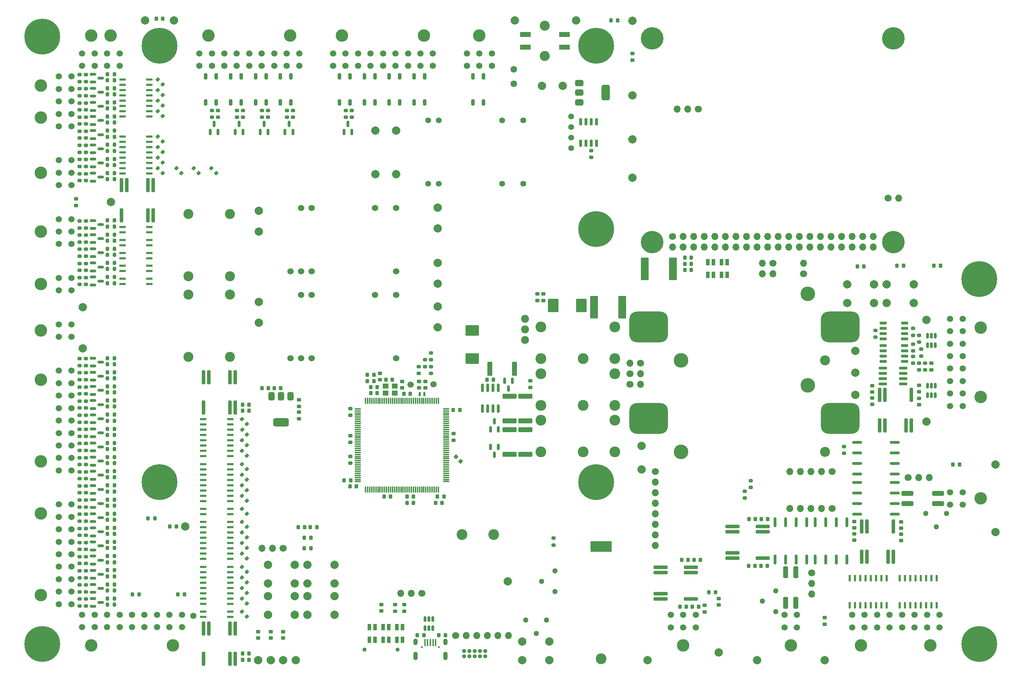
<source format=gts>
G04 #@! TF.GenerationSoftware,KiCad,Pcbnew,8.0.1*
G04 #@! TF.CreationDate,2024-06-07T19:27:21+03:00*
G04 #@! TF.ProjectId,impeller18,696d7065-6c6c-4657-9231-382e6b696361,rev?*
G04 #@! TF.SameCoordinates,Original*
G04 #@! TF.FileFunction,Soldermask,Top*
G04 #@! TF.FilePolarity,Negative*
%FSLAX46Y46*%
G04 Gerber Fmt 4.6, Leading zero omitted, Abs format (unit mm)*
G04 Created by KiCad (PCBNEW 8.0.1) date 2024-06-07 19:27:21*
%MOMM*%
%LPD*%
G01*
G04 APERTURE LIST*
G04 Aperture macros list*
%AMRoundRect*
0 Rectangle with rounded corners*
0 $1 Rounding radius*
0 $2 $3 $4 $5 $6 $7 $8 $9 X,Y pos of 4 corners*
0 Add a 4 corners polygon primitive as box body*
4,1,4,$2,$3,$4,$5,$6,$7,$8,$9,$2,$3,0*
0 Add four circle primitives for the rounded corners*
1,1,$1+$1,$2,$3*
1,1,$1+$1,$4,$5*
1,1,$1+$1,$6,$7*
1,1,$1+$1,$8,$9*
0 Add four rect primitives between the rounded corners*
20,1,$1+$1,$2,$3,$4,$5,0*
20,1,$1+$1,$4,$5,$6,$7,0*
20,1,$1+$1,$6,$7,$8,$9,0*
20,1,$1+$1,$8,$9,$2,$3,0*%
G04 Aperture macros list end*
%ADD10RoundRect,0.225000X0.250000X-0.225000X0.250000X0.225000X-0.250000X0.225000X-0.250000X-0.225000X0*%
%ADD11RoundRect,0.250000X0.712500X2.475000X-0.712500X2.475000X-0.712500X-2.475000X0.712500X-2.475000X0*%
%ADD12RoundRect,0.137500X-0.662500X-0.137500X0.662500X-0.137500X0.662500X0.137500X-0.662500X0.137500X0*%
%ADD13C,1.524000*%
%ADD14RoundRect,0.225000X-0.250000X0.225000X-0.250000X-0.225000X0.250000X-0.225000X0.250000X0.225000X0*%
%ADD15RoundRect,0.200000X0.275000X-0.200000X0.275000X0.200000X-0.275000X0.200000X-0.275000X-0.200000X0*%
%ADD16RoundRect,0.200000X-0.335876X-0.053033X-0.053033X-0.335876X0.335876X0.053033X0.053033X0.335876X0*%
%ADD17RoundRect,0.218750X0.218750X0.256250X-0.218750X0.256250X-0.218750X-0.256250X0.218750X-0.256250X0*%
%ADD18RoundRect,0.200000X-0.275000X0.200000X-0.275000X-0.200000X0.275000X-0.200000X0.275000X0.200000X0*%
%ADD19RoundRect,0.200000X-0.200000X-0.275000X0.200000X-0.275000X0.200000X0.275000X-0.200000X0.275000X0*%
%ADD20C,0.900000*%
%ADD21C,8.600000*%
%ADD22RoundRect,0.200000X0.200000X0.275000X-0.200000X0.275000X-0.200000X-0.275000X0.200000X-0.275000X0*%
%ADD23RoundRect,0.150000X-0.825000X-0.150000X0.825000X-0.150000X0.825000X0.150000X-0.825000X0.150000X0*%
%ADD24C,2.000000*%
%ADD25C,1.400000*%
%ADD26RoundRect,0.200000X-0.200000X-1.500000X0.200000X-1.500000X0.200000X1.500000X-0.200000X1.500000X0*%
%ADD27RoundRect,0.218750X-0.218750X-0.256250X0.218750X-0.256250X0.218750X0.256250X-0.218750X0.256250X0*%
%ADD28RoundRect,0.150000X-0.587500X-0.150000X0.587500X-0.150000X0.587500X0.150000X-0.587500X0.150000X0*%
%ADD29RoundRect,0.200000X0.200000X0.550000X-0.200000X0.550000X-0.200000X-0.550000X0.200000X-0.550000X0*%
%ADD30RoundRect,0.218750X-0.256250X0.218750X-0.256250X-0.218750X0.256250X-0.218750X0.256250X0.218750X0*%
%ADD31R,1.400000X1.200000*%
%ADD32RoundRect,0.225000X0.225000X0.250000X-0.225000X0.250000X-0.225000X-0.250000X0.225000X-0.250000X0*%
%ADD33RoundRect,0.225000X-0.225000X-0.250000X0.225000X-0.250000X0.225000X0.250000X-0.225000X0.250000X0*%
%ADD34RoundRect,0.300000X-1.125000X-0.300000X1.125000X-0.300000X1.125000X0.300000X-1.125000X0.300000X0*%
%ADD35RoundRect,0.375000X-0.375000X0.625000X-0.375000X-0.625000X0.375000X-0.625000X0.375000X0.625000X0*%
%ADD36RoundRect,0.500000X-1.400000X0.500000X-1.400000X-0.500000X1.400000X-0.500000X1.400000X0.500000X0*%
%ADD37C,3.000000*%
%ADD38C,1.500000*%
%ADD39C,3.500000*%
%ADD40C,2.400000*%
%ADD41RoundRect,1.850000X2.800000X-1.850000X2.800000X1.850000X-2.800000X1.850000X-2.800000X-1.850000X0*%
%ADD42RoundRect,0.162500X-1.012500X-0.162500X1.012500X-0.162500X1.012500X0.162500X-1.012500X0.162500X0*%
%ADD43C,1.600000*%
%ADD44RoundRect,0.150000X-0.725000X-0.150000X0.725000X-0.150000X0.725000X0.150000X-0.725000X0.150000X0*%
%ADD45RoundRect,0.150000X0.150000X-0.587500X0.150000X0.587500X-0.150000X0.587500X-0.150000X-0.587500X0*%
%ADD46RoundRect,0.162500X-0.162500X1.012500X-0.162500X-1.012500X0.162500X-1.012500X0.162500X1.012500X0*%
%ADD47C,0.800000*%
%ADD48C,5.400000*%
%ADD49C,1.700000*%
%ADD50O,1.700000X1.700000*%
%ADD51C,2.600000*%
%ADD52RoundRect,0.150000X-0.150000X0.587500X-0.150000X-0.587500X0.150000X-0.587500X0.150000X0.587500X0*%
%ADD53RoundRect,0.250000X1.425000X-0.362500X1.425000X0.362500X-1.425000X0.362500X-1.425000X-0.362500X0*%
%ADD54RoundRect,0.200000X0.200000X1.500000X-0.200000X1.500000X-0.200000X-1.500000X0.200000X-1.500000X0*%
%ADD55RoundRect,0.250000X-1.425000X0.362500X-1.425000X-0.362500X1.425000X-0.362500X1.425000X0.362500X0*%
%ADD56R,2.600000X2.600000*%
%ADD57RoundRect,0.137500X0.137500X-0.662500X0.137500X0.662500X-0.137500X0.662500X-0.137500X-0.662500X0*%
%ADD58R,0.900000X1.500000*%
%ADD59C,1.000000*%
%ADD60O,1.000000X1.000000*%
%ADD61RoundRect,0.250000X-0.712500X-2.475000X0.712500X-2.475000X0.712500X2.475000X-0.712500X2.475000X0*%
%ADD62C,0.500000*%
%ADD63R,0.400000X1.800000*%
%ADD64O,1.090000X2.000000*%
%ADD65O,1.050000X1.600000*%
%ADD66RoundRect,0.150000X0.150000X-0.725000X0.150000X0.725000X-0.150000X0.725000X-0.150000X-0.725000X0*%
%ADD67C,1.905000*%
%ADD68C,1.300000*%
%ADD69O,2.000000X2.000000*%
%ADD70RoundRect,0.075000X-0.075000X0.662500X-0.075000X-0.662500X0.075000X-0.662500X0.075000X0.662500X0*%
%ADD71RoundRect,0.075000X-0.662500X0.075000X-0.662500X-0.075000X0.662500X-0.075000X0.662500X0.075000X0*%
%ADD72RoundRect,0.150000X-0.150000X0.825000X-0.150000X-0.825000X0.150000X-0.825000X0.150000X0.825000X0*%
%ADD73C,2.410000*%
%ADD74R,2.540000X1.270000*%
%ADD75RoundRect,0.300000X-0.300000X1.125000X-0.300000X-1.125000X0.300000X-1.125000X0.300000X1.125000X0*%
%ADD76RoundRect,0.150000X-0.150000X0.512500X-0.150000X-0.512500X0.150000X-0.512500X0.150000X0.512500X0*%
%ADD77RoundRect,0.225000X-0.335876X-0.017678X-0.017678X-0.335876X0.335876X0.017678X0.017678X0.335876X0*%
%ADD78RoundRect,0.218750X0.256250X-0.218750X0.256250X0.218750X-0.256250X0.218750X-0.256250X-0.218750X0*%
%ADD79RoundRect,0.150000X0.725000X0.150000X-0.725000X0.150000X-0.725000X-0.150000X0.725000X-0.150000X0*%
%ADD80RoundRect,0.200000X-1.500000X0.200000X-1.500000X-0.200000X1.500000X-0.200000X1.500000X0.200000X0*%
%ADD81RoundRect,0.250000X1.400000X1.000000X-1.400000X1.000000X-1.400000X-1.000000X1.400000X-1.000000X0*%
%ADD82RoundRect,0.125000X0.125000X-0.375000X0.125000X0.375000X-0.125000X0.375000X-0.125000X-0.375000X0*%
%ADD83RoundRect,0.375000X-0.625000X-0.375000X0.625000X-0.375000X0.625000X0.375000X-0.625000X0.375000X0*%
%ADD84RoundRect,0.500000X-0.500000X-1.400000X0.500000X-1.400000X0.500000X1.400000X-0.500000X1.400000X0*%
%ADD85RoundRect,0.250000X-1.000000X1.400000X-1.000000X-1.400000X1.000000X-1.400000X1.000000X1.400000X0*%
%ADD86RoundRect,0.250000X-0.362500X-1.425000X0.362500X-1.425000X0.362500X1.425000X-0.362500X1.425000X0*%
G04 APERTURE END LIST*
D10*
X163601000Y-161266000D03*
X163601000Y-159716000D03*
D11*
X241158500Y-114570000D03*
X234383500Y-114570000D03*
D12*
X128224000Y-150758000D03*
X128224000Y-152028000D03*
X128224000Y-153298000D03*
X128224000Y-154568000D03*
X128224000Y-155838000D03*
X128224000Y-157108000D03*
X128224000Y-158378000D03*
X128224000Y-159648000D03*
X134724000Y-159648000D03*
X134724000Y-158378000D03*
X134724000Y-157108000D03*
X134724000Y-155838000D03*
X134724000Y-154568000D03*
X134724000Y-153298000D03*
X134724000Y-152028000D03*
X134724000Y-150758000D03*
D13*
X149178000Y-115141000D03*
X151718000Y-115141000D03*
X154258000Y-115141000D03*
X174578000Y-115141000D03*
X174578000Y-99901000D03*
X169498000Y-99901000D03*
X154258000Y-99901000D03*
X151718000Y-99901000D03*
D14*
X151229000Y-149058999D03*
X151229000Y-150608999D03*
D15*
X99961000Y-165046000D03*
X99961000Y-163396000D03*
D16*
X137518274Y-169178000D03*
X138685000Y-170344726D03*
D17*
X305445500Y-113842000D03*
X303870500Y-113842000D03*
D18*
X298855000Y-128914000D03*
X298855000Y-130564000D03*
D19*
X105190000Y-147707500D03*
X106840000Y-147707500D03*
D20*
X89501000Y-201583000D03*
X91781419Y-202527581D03*
X87220581Y-202527581D03*
X92726000Y-204808000D03*
D21*
X89501000Y-204808000D03*
D20*
X86276000Y-204808000D03*
X91781419Y-207088419D03*
X87220581Y-207088419D03*
X89501000Y-208033000D03*
D18*
X98501000Y-190619000D03*
X98501000Y-192269000D03*
D22*
X106838000Y-67707500D03*
X105188000Y-67707500D03*
D23*
X291567000Y-138444000D03*
X291567000Y-139714000D03*
X291567000Y-140984000D03*
X291567000Y-142254000D03*
X296517000Y-142254000D03*
X296517000Y-140984000D03*
X296517000Y-139714000D03*
X296517000Y-138444000D03*
D24*
X141434000Y-208731001D03*
D16*
X117292343Y-74078000D03*
X118459069Y-75244726D03*
D25*
X216678002Y-85536000D03*
X216678002Y-82996000D03*
X216678002Y-80456000D03*
X216678002Y-77916000D03*
D18*
X98501000Y-142982000D03*
X98501000Y-144632000D03*
D26*
X286524000Y-183852000D03*
X287794000Y-183852000D03*
X292874000Y-183852000D03*
X294144000Y-183852000D03*
X294144000Y-176552000D03*
X287794000Y-176552000D03*
X286524000Y-176552000D03*
D14*
X171068000Y-195337000D03*
X171068000Y-196887000D03*
D27*
X120140500Y-176579000D03*
X121715500Y-176579000D03*
D18*
X98499000Y-103056250D03*
X98499000Y-104706250D03*
D28*
X101677500Y-136052000D03*
X101677500Y-137952000D03*
X103552500Y-137002000D03*
D16*
X117292343Y-87787000D03*
X118459069Y-88953726D03*
D15*
X289812000Y-131009000D03*
X289812000Y-129359000D03*
D28*
X101678000Y-113150000D03*
X101678000Y-115050000D03*
X103553000Y-114100000D03*
D29*
X172926000Y-74526000D03*
X175466000Y-74526000D03*
X175466000Y-68226000D03*
X172926000Y-68226000D03*
D30*
X277597250Y-198475501D03*
X277597250Y-200050501D03*
D17*
X155546500Y-176728000D03*
X153971500Y-176728000D03*
D16*
X137518274Y-197018000D03*
X138685000Y-198184726D03*
D24*
X99269000Y-123826000D03*
D16*
X117292343Y-76618000D03*
X118459069Y-77784726D03*
D28*
X101675500Y-109739250D03*
X101675500Y-111639250D03*
X103550500Y-110689250D03*
D31*
X172081000Y-144491000D03*
X174281000Y-144491000D03*
X174281000Y-142791000D03*
X172081000Y-142791000D03*
D25*
X182328000Y-94076000D03*
X184868000Y-94076000D03*
X200108000Y-94076000D03*
X205188000Y-94076000D03*
X205188000Y-78836000D03*
X200108000Y-78836000D03*
X184868000Y-78836000D03*
X182328000Y-78836000D03*
D22*
X106840000Y-153045500D03*
X105190000Y-153045500D03*
D32*
X163626000Y-165411000D03*
X162076000Y-165411000D03*
D19*
X105190000Y-174930500D03*
X106840000Y-174930500D03*
D22*
X106840000Y-173465500D03*
X105190000Y-173465500D03*
D27*
X308442500Y-161672250D03*
X310017500Y-161672250D03*
D33*
X262311500Y-186002001D03*
X263861500Y-186002001D03*
X137679000Y-147223000D03*
X139229000Y-147223000D03*
D19*
X105190000Y-140901000D03*
X106840000Y-140901000D03*
D24*
X283014000Y-118308000D03*
X289514000Y-118308000D03*
X283014000Y-122808000D03*
X289514000Y-122808000D03*
D34*
X297553000Y-168546000D03*
X304903000Y-168546000D03*
X304903000Y-171046000D03*
X297553000Y-171046000D03*
D18*
X98501000Y-159992000D03*
X98501000Y-161642000D03*
D20*
X314778000Y-113779000D03*
X317058419Y-114723581D03*
X312497581Y-114723581D03*
X318003000Y-117004000D03*
D21*
X314778000Y-117004000D03*
D20*
X311553000Y-117004000D03*
X317058419Y-119284419D03*
X312497581Y-119284419D03*
X314778000Y-120229000D03*
D24*
X105986000Y-98511000D03*
D19*
X105190000Y-168125500D03*
X106840000Y-168125500D03*
D16*
X117292343Y-71538000D03*
X118459069Y-72704726D03*
D19*
X105190000Y-137498500D03*
X106840000Y-137498500D03*
D35*
X149199000Y-145203999D03*
X146899000Y-145203999D03*
D36*
X146899000Y-151503999D03*
D35*
X144599000Y-145203999D03*
D18*
X98499000Y-74651500D03*
X98499000Y-76301500D03*
D15*
X180034000Y-139746500D03*
X180034000Y-138096500D03*
D24*
X143741000Y-193294000D03*
X150241000Y-193294000D03*
X143741000Y-197794000D03*
X150241000Y-197794000D03*
X284975000Y-139553000D03*
D37*
X89199000Y-78126000D03*
X89199000Y-70426000D03*
D38*
X93519000Y-80286000D03*
X93519000Y-77286000D03*
X93519000Y-74286000D03*
X93519000Y-71286000D03*
X93519000Y-68286000D03*
X96519000Y-80286000D03*
X96519000Y-77286000D03*
X96519000Y-74286000D03*
X96519000Y-71286000D03*
X96519000Y-68286000D03*
D15*
X99961000Y-185464000D03*
X99961000Y-183814000D03*
X99959000Y-104706250D03*
X99959000Y-103056250D03*
D39*
X243075000Y-136553000D03*
X273575000Y-120553000D03*
D40*
X277675000Y-136553000D03*
D41*
X235325000Y-128553000D03*
X281325000Y-128553000D03*
D42*
X285449000Y-165986000D03*
X285449000Y-168526000D03*
X285449000Y-171066000D03*
X285449000Y-173606000D03*
X294499000Y-173606000D03*
X294499000Y-171066000D03*
X294499000Y-168526000D03*
X294499000Y-165986000D03*
D19*
X105188000Y-69172500D03*
X106838000Y-69172500D03*
D28*
X101677500Y-156465000D03*
X101677500Y-158365000D03*
X103552500Y-157415000D03*
D43*
X202885000Y-66551349D03*
X202885000Y-70051349D03*
D22*
X106840000Y-136033500D03*
X105190000Y-136033500D03*
D15*
X99959000Y-86507000D03*
X99959000Y-84857000D03*
D16*
X137518274Y-155838000D03*
X138685000Y-157004726D03*
D44*
X291667000Y-133044000D03*
X291667000Y-134314000D03*
X291667000Y-135584000D03*
X291667000Y-136854000D03*
X296817000Y-136854000D03*
X296817000Y-135584000D03*
X296817000Y-134314000D03*
X296817000Y-133044000D03*
D45*
X141866000Y-81593500D03*
X143766000Y-81593500D03*
X142816000Y-79718500D03*
D19*
X105188000Y-72572500D03*
X106838000Y-72572500D03*
D14*
X181575000Y-141622000D03*
X181575000Y-143172000D03*
D28*
X101677500Y-146261000D03*
X101677500Y-148161000D03*
X103552500Y-147211000D03*
D46*
X273283500Y-175482001D03*
X270743500Y-175482001D03*
X268203500Y-175482001D03*
X265663500Y-175482001D03*
X265663500Y-184532001D03*
X268203500Y-184532001D03*
X270743500Y-184532001D03*
X273283500Y-184532001D03*
D37*
X120929000Y-205116000D03*
X101229000Y-205116000D03*
D38*
X123089000Y-200796000D03*
X120089000Y-200796000D03*
X117089000Y-200796000D03*
X114089000Y-200796000D03*
X111089000Y-200796000D03*
X108089000Y-200796000D03*
X105089000Y-200796000D03*
X102089000Y-200796000D03*
X99089000Y-200796000D03*
X123089000Y-197796000D03*
X120089000Y-197796000D03*
X117089000Y-197796000D03*
X114089000Y-197796000D03*
X111089000Y-197796000D03*
X108089000Y-197796000D03*
X105089000Y-197796000D03*
X102089000Y-197796000D03*
X99089000Y-197796000D03*
D47*
X236176000Y-57081000D03*
X237607891Y-57674109D03*
X234744109Y-57674109D03*
X238201000Y-59106000D03*
D48*
X236176000Y-59106000D03*
D47*
X234151000Y-59106000D03*
X237607891Y-60537891D03*
X234744109Y-60537891D03*
X236176000Y-61131000D03*
D28*
X101675500Y-84732000D03*
X101675500Y-86632000D03*
X103550500Y-85682000D03*
D15*
X259832000Y-167178000D03*
X259832000Y-165528000D03*
D20*
X222676000Y-162679000D03*
X224956419Y-163623581D03*
X220395581Y-163623581D03*
X225901000Y-165904000D03*
D21*
X222676000Y-165904000D03*
D20*
X219451000Y-165904000D03*
X224956419Y-168184419D03*
X220395581Y-168184419D03*
X222676000Y-169129000D03*
D18*
X98501000Y-194021000D03*
X98501000Y-195671000D03*
D12*
X108763000Y-104481000D03*
X108763000Y-105751000D03*
X115263000Y-105751000D03*
X115263000Y-104481000D03*
D49*
X279368500Y-172257001D03*
D50*
X276828500Y-172257001D03*
X274288500Y-172257001D03*
X271748500Y-172257001D03*
X269208500Y-172257001D03*
D15*
X99959000Y-79702000D03*
X99959000Y-78052000D03*
D19*
X105188000Y-111185750D03*
X106838000Y-111185750D03*
D38*
X125839000Y-198056000D03*
D51*
X219563000Y-136157000D03*
X227183000Y-128537000D03*
X227183000Y-136157000D03*
X209403000Y-136157000D03*
X209403000Y-128537000D03*
D18*
X98499000Y-91665000D03*
X98499000Y-93315000D03*
D22*
X106838000Y-71107500D03*
X105188000Y-71107500D03*
D15*
X99961000Y-158240000D03*
X99961000Y-156590000D03*
D22*
X106838000Y-84713500D03*
X105188000Y-84713500D03*
D16*
X137518274Y-177998000D03*
X138685000Y-179164726D03*
D32*
X181256000Y-202685000D03*
X179706000Y-202685000D03*
D33*
X137679000Y-207131001D03*
X139229000Y-207131001D03*
D19*
X105188000Y-92986500D03*
X106838000Y-92986500D03*
D24*
X99269000Y-133716500D03*
D49*
X236936000Y-163353000D03*
D50*
X236936000Y-165893000D03*
X236936000Y-168433000D03*
X236936000Y-170973000D03*
X236936000Y-173513000D03*
X236936000Y-176053000D03*
X236936000Y-178593000D03*
X236936000Y-181133000D03*
D38*
X183576000Y-142351000D03*
D22*
X106838000Y-81311500D03*
X105188000Y-81311500D03*
D33*
X145304000Y-143223999D03*
X146854000Y-143223999D03*
D52*
X202566000Y-141493000D03*
X200666000Y-141493000D03*
X201616000Y-143368000D03*
D53*
X205683000Y-151134500D03*
X205683000Y-145209500D03*
D40*
X124654000Y-116327000D03*
X124654000Y-101327000D03*
X134654000Y-101327000D03*
X134654000Y-116327000D03*
D32*
X186081000Y-169371000D03*
X184531000Y-169371000D03*
D54*
X135884000Y-201056001D03*
X134614000Y-201056001D03*
X129534000Y-201056001D03*
X128264000Y-201056001D03*
X128264000Y-208356001D03*
X134614000Y-208356001D03*
X135884000Y-208356001D03*
D14*
X300315000Y-145699000D03*
X300315000Y-147249000D03*
D45*
X197272000Y-153134500D03*
X199172000Y-153134500D03*
X198222000Y-151259500D03*
D19*
X105190000Y-188536500D03*
X106840000Y-188536500D03*
D55*
X201843000Y-145209500D03*
X201843000Y-151134500D03*
D10*
X206873000Y-143080000D03*
X206873000Y-141530000D03*
D22*
X106840000Y-176867500D03*
X105190000Y-176867500D03*
D24*
X153241000Y-193294000D03*
X159741000Y-193294000D03*
X153241000Y-197794000D03*
X159741000Y-197794000D03*
X252177000Y-206862001D03*
D37*
X315098000Y-169798000D03*
D38*
X310778000Y-168298000D03*
X310778000Y-171298000D03*
X307778000Y-168298000D03*
X307778000Y-171298000D03*
D17*
X152586500Y-176728000D03*
X151011500Y-176728000D03*
D14*
X188361000Y-154216000D03*
X188361000Y-155766000D03*
D12*
X108763000Y-116949000D03*
X108763000Y-118219000D03*
X115263000Y-118219000D03*
X115263000Y-116949000D03*
D13*
X149179000Y-136091000D03*
X151719000Y-136091000D03*
X154259000Y-136091000D03*
X174579000Y-136091000D03*
X174579000Y-120851000D03*
X169499000Y-120851000D03*
X154259000Y-120851000D03*
X151719000Y-120851000D03*
D56*
X222576000Y-181405001D03*
X225116000Y-181405001D03*
D51*
X223846000Y-208405002D03*
D33*
X245799000Y-195831001D03*
X247349000Y-195831001D03*
D37*
X194586000Y-58406000D03*
D38*
X191586000Y-62726000D03*
X194586000Y-62726000D03*
X197586000Y-62726000D03*
X191586000Y-65726000D03*
X194586000Y-65726000D03*
X197586000Y-65726000D03*
D57*
X283643000Y-195509001D03*
X284913000Y-195509001D03*
X286183000Y-195509001D03*
X287453000Y-195509001D03*
X288723000Y-195509001D03*
X289993000Y-195509001D03*
X291263000Y-195509001D03*
X292533000Y-195509001D03*
X292533000Y-189009001D03*
X291263000Y-189009001D03*
X289993000Y-189009001D03*
X288723000Y-189009001D03*
X287453000Y-189009001D03*
X286183000Y-189009001D03*
X284913000Y-189009001D03*
X283643000Y-189009001D03*
D29*
X140766000Y-74526000D03*
X143306000Y-74526000D03*
X143306000Y-68226000D03*
X140766000Y-68226000D03*
D58*
X254206000Y-112928000D03*
X254206000Y-116028000D03*
X252806000Y-116028000D03*
X252806000Y-112928000D03*
D59*
X190929000Y-207764000D03*
D60*
X190929000Y-206494000D03*
X192199000Y-207764000D03*
X192199000Y-206494000D03*
X193469000Y-207764000D03*
X193469000Y-206494000D03*
X194739000Y-207764000D03*
X194739000Y-206494000D03*
X196009000Y-207764000D03*
X196009000Y-206494000D03*
D18*
X98499000Y-109864250D03*
X98499000Y-111514250D03*
D24*
X184553000Y-99826000D03*
X184553000Y-104826000D03*
D61*
X222187500Y-123757000D03*
X228962500Y-123757000D03*
D19*
X105190000Y-185135500D03*
X106840000Y-185135500D03*
D28*
X101677500Y-183689000D03*
X101677500Y-185589000D03*
X103552500Y-184639000D03*
D58*
X250906000Y-112928000D03*
X250906000Y-116028000D03*
X249506000Y-116028000D03*
X249506000Y-112928000D03*
D29*
X166926000Y-74526000D03*
X169466000Y-74526000D03*
X169466000Y-68226000D03*
X166926000Y-68226000D03*
D18*
X137766000Y-76431000D03*
X137766000Y-78081000D03*
D22*
X106838000Y-88117500D03*
X105188000Y-88117500D03*
D12*
X128224000Y-175458000D03*
X128224000Y-176728000D03*
X128224000Y-177998000D03*
X128224000Y-179268000D03*
X128224000Y-180538000D03*
X128224000Y-181808000D03*
X128224000Y-183078000D03*
X128224000Y-184348000D03*
X134724000Y-184348000D03*
X134724000Y-183078000D03*
X134724000Y-181808000D03*
X134724000Y-180538000D03*
X134724000Y-179268000D03*
X134724000Y-177998000D03*
X134724000Y-176728000D03*
X134724000Y-175458000D03*
D22*
X106840000Y-180270000D03*
X105190000Y-180270000D03*
D15*
X99959000Y-83105000D03*
X99959000Y-81455000D03*
D16*
X137518274Y-180538000D03*
X138685000Y-181704726D03*
D19*
X105190000Y-191940500D03*
X106840000Y-191940500D03*
D28*
X101677500Y-153064000D03*
X101677500Y-154964000D03*
X103552500Y-154014000D03*
D10*
X163601000Y-149766000D03*
X163601000Y-148216000D03*
D49*
X272526000Y-115753000D03*
D50*
X272526000Y-113213000D03*
D32*
X178756000Y-170831000D03*
X177206000Y-170831000D03*
D18*
X298854000Y-132644000D03*
X298854000Y-134294000D03*
D16*
X137518274Y-175458000D03*
X138685000Y-176624726D03*
D22*
X106838000Y-91521500D03*
X105188000Y-91521500D03*
D19*
X105188000Y-86178500D03*
X106838000Y-86178500D03*
D12*
X128224000Y-172318000D03*
X128224000Y-173588000D03*
X134724000Y-173588000D03*
X134724000Y-172318000D03*
D28*
X101677500Y-187090000D03*
X101677500Y-188990000D03*
X103552500Y-188040000D03*
D15*
X300845000Y-135559000D03*
X300845000Y-133909000D03*
D22*
X106840000Y-139436000D03*
X105190000Y-139436000D03*
D20*
X219451000Y-105004000D03*
X220395581Y-102723581D03*
X220395581Y-107284419D03*
X222676000Y-101779000D03*
D21*
X222676000Y-105004000D03*
D20*
X222676000Y-108229000D03*
X224956419Y-102723581D03*
X224956419Y-107284419D03*
X225901000Y-105004000D03*
D18*
X98501500Y-113275000D03*
X98501500Y-114925000D03*
D39*
X243075000Y-158553000D03*
X273575000Y-142553000D03*
D40*
X277675000Y-158553000D03*
D41*
X235325000Y-150553000D03*
X281325000Y-150553000D03*
D20*
X117676000Y-57679000D03*
X119956419Y-58623581D03*
X115395581Y-58623581D03*
X120901000Y-60904000D03*
D21*
X117676000Y-60904000D03*
D20*
X114451000Y-60904000D03*
X119956419Y-63184419D03*
X115395581Y-63184419D03*
X117676000Y-64129000D03*
D10*
X295969000Y-176958000D03*
X295969000Y-175408000D03*
D24*
X231426000Y-72837000D03*
D10*
X163601000Y-156266000D03*
X163601000Y-154716000D03*
D15*
X99961000Y-144632000D03*
X99961000Y-142982000D03*
D33*
X184031000Y-170831000D03*
X185581000Y-170831000D03*
D10*
X208541000Y-122148000D03*
X208541000Y-120598000D03*
D37*
X89199000Y-91436000D03*
D38*
X93519000Y-94436000D03*
X93519000Y-91436000D03*
X93519000Y-88436000D03*
X96519000Y-94436000D03*
X96519000Y-91436000D03*
X96519000Y-88436000D03*
D28*
X101677500Y-142857000D03*
X101677500Y-144757000D03*
X103552500Y-143807000D03*
D51*
X219563000Y-147377000D03*
X227183000Y-139757000D03*
X227183000Y-147377000D03*
X209403000Y-147377000D03*
X209403000Y-139757000D03*
D47*
X236176000Y-106081000D03*
X237607891Y-106674109D03*
X234744109Y-106674109D03*
X238201000Y-108106000D03*
D48*
X236176000Y-108106000D03*
D47*
X234151000Y-108106000D03*
X237607891Y-109537891D03*
X234744109Y-109537891D03*
X236176000Y-110131000D03*
D24*
X233636000Y-162815000D03*
D15*
X99961000Y-148036000D03*
X99961000Y-146386000D03*
X99961500Y-114925000D03*
X99961500Y-113275000D03*
D28*
X101677500Y-190494000D03*
X101677500Y-192394000D03*
X103552500Y-191444000D03*
D15*
X300315000Y-132214000D03*
X300315000Y-130564000D03*
D20*
X222676000Y-57679000D03*
X224956419Y-58623581D03*
X220395581Y-58623581D03*
X225901000Y-60904000D03*
D21*
X222676000Y-60904000D03*
D20*
X219451000Y-60904000D03*
X224956419Y-63184419D03*
X220395581Y-63184419D03*
X222676000Y-64129000D03*
D16*
X125935637Y-90327000D03*
X127102363Y-91493726D03*
D49*
X274477500Y-187757001D03*
D50*
X274477500Y-190297001D03*
X274477500Y-192837001D03*
D32*
X244791000Y-184570501D03*
X243241000Y-184570501D03*
D28*
X101677500Y-166679000D03*
X101677500Y-168579000D03*
X103552500Y-167629000D03*
D33*
X168456000Y-143001000D03*
X170006000Y-143001000D03*
D16*
X137518274Y-158378000D03*
X138685000Y-159544726D03*
D18*
X98499000Y-81455000D03*
X98499000Y-83105000D03*
D30*
X141434000Y-201824500D03*
X141434000Y-203399500D03*
D33*
X246201000Y-184570501D03*
X247751000Y-184570501D03*
D37*
X161586000Y-58406000D03*
X181286000Y-58406000D03*
D38*
X159426000Y-62726000D03*
X162426000Y-62726000D03*
X165426000Y-62726000D03*
X168426000Y-62726000D03*
X171426000Y-62726000D03*
X174426000Y-62726000D03*
X177426000Y-62726000D03*
X180426000Y-62726000D03*
X183426000Y-62726000D03*
X159426000Y-65726000D03*
X162426000Y-65726000D03*
X165426000Y-65726000D03*
X168426000Y-65726000D03*
X171426000Y-65726000D03*
X174426000Y-65726000D03*
X177426000Y-65726000D03*
X180426000Y-65726000D03*
X183426000Y-65726000D03*
D10*
X289051000Y-144194000D03*
X289051000Y-142644000D03*
D19*
X105188000Y-82776500D03*
X106838000Y-82776500D03*
D18*
X98499000Y-84857000D03*
X98499000Y-86507000D03*
D19*
X105190000Y-151109000D03*
X106840000Y-151109000D03*
D18*
X98501000Y-187215000D03*
X98501000Y-188865000D03*
D15*
X99961000Y-151437500D03*
X99961000Y-149787500D03*
D18*
X98499000Y-78052000D03*
X98499000Y-79702000D03*
D49*
X247216000Y-76106000D03*
D50*
X244676000Y-76106000D03*
X242136000Y-76106000D03*
D49*
X147437438Y-181808000D03*
D50*
X144897438Y-181808000D03*
X142357438Y-181808000D03*
D19*
X114910000Y-174560000D03*
X116560000Y-174560000D03*
D27*
X122135500Y-192909000D03*
X123710500Y-192909000D03*
D22*
X106840000Y-166660500D03*
X105190000Y-166660500D03*
D19*
X105190500Y-114596500D03*
X106840500Y-114596500D03*
D24*
X302070000Y-126809000D03*
D18*
X98501500Y-116677000D03*
X98501500Y-118327000D03*
D62*
X184806000Y-205583000D03*
X180806000Y-205583000D03*
D63*
X181506000Y-204483000D03*
X182156000Y-204483000D03*
X182806000Y-204483000D03*
X183456000Y-204483000D03*
X184106000Y-204483000D03*
D64*
X186406000Y-207733000D03*
D65*
X186406000Y-204283000D03*
D64*
X179206000Y-207733000D03*
D65*
X179206000Y-204283000D03*
D24*
X141604000Y-100614000D03*
X141604000Y-105614000D03*
D17*
X154066500Y-179268000D03*
X152491500Y-179268000D03*
D16*
X117292343Y-68998000D03*
X118459069Y-70164726D03*
D24*
X114217000Y-54806000D03*
D15*
X99961000Y-141229500D03*
X99961000Y-139579500D03*
D28*
X101675500Y-81330000D03*
X101675500Y-83230000D03*
X103550500Y-82280000D03*
D66*
X218924000Y-84301000D03*
X220194000Y-84301000D03*
X221464000Y-84301000D03*
X222734000Y-84301000D03*
X222734000Y-79151000D03*
X221464000Y-79151000D03*
X220194000Y-79151000D03*
X218924000Y-79151000D03*
D32*
X245536000Y-111886000D03*
X243986000Y-111886000D03*
D24*
X141604000Y-122544000D03*
X141604000Y-127544000D03*
D19*
X105188000Y-104377750D03*
X106838000Y-104377750D03*
D67*
X205565000Y-131691000D03*
X205565000Y-129151000D03*
X205565000Y-126611000D03*
D15*
X99961000Y-195671000D03*
X99961000Y-194021000D03*
D18*
X98499000Y-106464250D03*
X98499000Y-108114250D03*
D68*
X265839500Y-196995001D03*
X262639500Y-194495001D03*
X265839500Y-191995001D03*
D22*
X106840000Y-156446500D03*
X105190000Y-156446500D03*
D18*
X98499000Y-67851000D03*
X98499000Y-69501000D03*
D28*
X101675500Y-67726000D03*
X101675500Y-69626000D03*
X103550500Y-68676000D03*
D18*
X98501000Y-180413500D03*
X98501000Y-182063500D03*
D24*
X184554000Y-123601000D03*
X184554000Y-128601000D03*
D27*
X116890000Y-54355000D03*
X118465000Y-54355000D03*
D15*
X99961000Y-154839000D03*
X99961000Y-153189000D03*
D24*
X184554000Y-118101000D03*
X184554000Y-113101000D03*
X261345750Y-208731001D03*
D49*
X230783000Y-142308000D03*
D50*
X233323000Y-142308000D03*
D32*
X165026000Y-166871000D03*
X163476000Y-166871000D03*
D58*
X172815500Y-200742000D03*
X172815500Y-203842000D03*
X171415500Y-203842000D03*
X171415500Y-200742000D03*
D28*
X101675500Y-77927000D03*
X101675500Y-79827000D03*
X103550500Y-78877000D03*
D58*
X169515500Y-200742000D03*
X169515500Y-203842000D03*
X168115500Y-203842000D03*
X168115500Y-200742000D03*
D18*
X98501000Y-153189000D03*
X98501000Y-154839000D03*
X149766000Y-76431000D03*
X149766000Y-78081000D03*
X98501000Y-139579500D03*
X98501000Y-141229500D03*
D24*
X144434000Y-208731001D03*
D19*
X105190000Y-181735000D03*
X106840000Y-181735000D03*
D24*
X233636000Y-157183000D03*
D37*
X101249000Y-58406000D03*
X105949000Y-58406000D03*
D38*
X99089000Y-62726000D03*
X102089000Y-62726000D03*
X105089000Y-62726000D03*
X108089000Y-62726000D03*
X99089000Y-65726000D03*
X102089000Y-65726000D03*
X105089000Y-65726000D03*
X108089000Y-65726000D03*
D16*
X137518274Y-166638000D03*
X138685000Y-167804726D03*
D17*
X186431500Y-202685000D03*
X184856500Y-202685000D03*
D20*
X89501000Y-55479000D03*
X91781419Y-56423581D03*
X87220581Y-56423581D03*
X92726000Y-58704000D03*
D21*
X89501000Y-58704000D03*
D20*
X86276000Y-58704000D03*
X91781419Y-60984419D03*
X87220581Y-60984419D03*
X89501000Y-61929000D03*
D24*
X284975000Y-144853000D03*
D15*
X99961000Y-192269000D03*
X99961000Y-190619000D03*
D69*
X174578000Y-91826000D03*
D24*
X169578000Y-91826000D03*
D37*
X89199000Y-118246000D03*
D38*
X93519000Y-119746000D03*
X93519000Y-116746000D03*
X96519000Y-119746000D03*
X96519000Y-116746000D03*
D12*
X108763000Y-68998000D03*
X108763000Y-70268000D03*
X108763000Y-71538000D03*
X108763000Y-72808000D03*
X108763000Y-74078000D03*
X108763000Y-75348000D03*
X108763000Y-76618000D03*
X108763000Y-77888000D03*
X115263000Y-77888000D03*
X115263000Y-76618000D03*
X115263000Y-75348000D03*
X115263000Y-74078000D03*
X115263000Y-72808000D03*
X115263000Y-71538000D03*
X115263000Y-70268000D03*
X115263000Y-68998000D03*
D24*
X153241000Y-185794000D03*
X159741000Y-185794000D03*
X153241000Y-190294000D03*
X159741000Y-190294000D03*
D33*
X176431000Y-144611000D03*
X177981000Y-144611000D03*
D22*
X106840000Y-190475500D03*
X105190000Y-190475500D03*
D15*
X99961000Y-175259000D03*
X99961000Y-173609000D03*
D17*
X227851750Y-54806000D03*
X226276750Y-54806000D03*
D18*
X98501000Y-156590000D03*
X98501000Y-158240000D03*
X131766000Y-76431000D03*
X131766000Y-78081000D03*
D70*
X184731000Y-146328500D03*
X184231000Y-146328500D03*
X183731000Y-146328500D03*
X183231000Y-146328500D03*
X182731000Y-146328500D03*
X182231000Y-146328500D03*
X181731000Y-146328500D03*
X181231000Y-146328500D03*
X180731000Y-146328500D03*
X180231000Y-146328500D03*
X179731000Y-146328500D03*
X179231000Y-146328500D03*
X178731000Y-146328500D03*
X178231000Y-146328500D03*
X177731000Y-146328500D03*
X177231000Y-146328500D03*
X176731000Y-146328500D03*
X176231000Y-146328500D03*
X175731000Y-146328500D03*
X175231000Y-146328500D03*
X174731000Y-146328500D03*
X174231000Y-146328500D03*
X173731000Y-146328500D03*
X173231000Y-146328500D03*
X172731000Y-146328500D03*
X172231000Y-146328500D03*
X171731000Y-146328500D03*
X171231000Y-146328500D03*
X170731000Y-146328500D03*
X170231000Y-146328500D03*
X169731000Y-146328500D03*
X169231000Y-146328500D03*
X168731000Y-146328500D03*
X168231000Y-146328500D03*
X167731000Y-146328500D03*
X167231000Y-146328500D03*
D71*
X165318500Y-148241000D03*
X165318500Y-148741000D03*
X165318500Y-149241000D03*
X165318500Y-149741000D03*
X165318500Y-150241000D03*
X165318500Y-150741000D03*
X165318500Y-151241000D03*
X165318500Y-151741000D03*
X165318500Y-152241000D03*
X165318500Y-152741000D03*
X165318500Y-153241000D03*
X165318500Y-153741000D03*
X165318500Y-154241000D03*
X165318500Y-154741000D03*
X165318500Y-155241000D03*
X165318500Y-155741000D03*
X165318500Y-156241000D03*
X165318500Y-156741000D03*
X165318500Y-157241000D03*
X165318500Y-157741000D03*
X165318500Y-158241000D03*
X165318500Y-158741000D03*
X165318500Y-159241000D03*
X165318500Y-159741000D03*
X165318500Y-160241000D03*
X165318500Y-160741000D03*
X165318500Y-161241000D03*
X165318500Y-161741000D03*
X165318500Y-162241000D03*
X165318500Y-162741000D03*
X165318500Y-163241000D03*
X165318500Y-163741000D03*
X165318500Y-164241000D03*
X165318500Y-164741000D03*
X165318500Y-165241000D03*
X165318500Y-165741000D03*
D70*
X167231000Y-167653500D03*
X167731000Y-167653500D03*
X168231000Y-167653500D03*
X168731000Y-167653500D03*
X169231000Y-167653500D03*
X169731000Y-167653500D03*
X170231000Y-167653500D03*
X170731000Y-167653500D03*
X171231000Y-167653500D03*
X171731000Y-167653500D03*
X172231000Y-167653500D03*
X172731000Y-167653500D03*
X173231000Y-167653500D03*
X173731000Y-167653500D03*
X174231000Y-167653500D03*
X174731000Y-167653500D03*
X175231000Y-167653500D03*
X175731000Y-167653500D03*
X176231000Y-167653500D03*
X176731000Y-167653500D03*
X177231000Y-167653500D03*
X177731000Y-167653500D03*
X178231000Y-167653500D03*
X178731000Y-167653500D03*
X179231000Y-167653500D03*
X179731000Y-167653500D03*
X180231000Y-167653500D03*
X180731000Y-167653500D03*
X181231000Y-167653500D03*
X181731000Y-167653500D03*
X182231000Y-167653500D03*
X182731000Y-167653500D03*
X183231000Y-167653500D03*
X183731000Y-167653500D03*
X184231000Y-167653500D03*
X184731000Y-167653500D03*
D71*
X186643500Y-165741000D03*
X186643500Y-165241000D03*
X186643500Y-164741000D03*
X186643500Y-164241000D03*
X186643500Y-163741000D03*
X186643500Y-163241000D03*
X186643500Y-162741000D03*
X186643500Y-162241000D03*
X186643500Y-161741000D03*
X186643500Y-161241000D03*
X186643500Y-160741000D03*
X186643500Y-160241000D03*
X186643500Y-159741000D03*
X186643500Y-159241000D03*
X186643500Y-158741000D03*
X186643500Y-158241000D03*
X186643500Y-157741000D03*
X186643500Y-157241000D03*
X186643500Y-156741000D03*
X186643500Y-156241000D03*
X186643500Y-155741000D03*
X186643500Y-155241000D03*
X186643500Y-154741000D03*
X186643500Y-154241000D03*
X186643500Y-153741000D03*
X186643500Y-153241000D03*
X186643500Y-152741000D03*
X186643500Y-152241000D03*
X186643500Y-151741000D03*
X186643500Y-151241000D03*
X186643500Y-150741000D03*
X186643500Y-150241000D03*
X186643500Y-149741000D03*
X186643500Y-149241000D03*
X186643500Y-148741000D03*
X186643500Y-148241000D03*
D54*
X116203000Y-94405000D03*
X114933000Y-94405000D03*
X109853000Y-94405000D03*
X108583000Y-94405000D03*
X108583000Y-101705000D03*
X114933000Y-101705000D03*
X116203000Y-101705000D03*
D53*
X205683000Y-159184500D03*
X205683000Y-153259500D03*
D32*
X245536000Y-113346000D03*
X243986000Y-113346000D03*
X260985500Y-174736501D03*
X259435500Y-174736501D03*
D49*
X292906000Y-97538000D03*
D50*
X295446000Y-97538000D03*
D28*
X101675500Y-71126000D03*
X101675500Y-73026000D03*
X103550500Y-72076000D03*
D42*
X285449000Y-156306000D03*
X285449000Y-158846000D03*
X285449000Y-161386000D03*
X285449000Y-163926000D03*
X294499000Y-163926000D03*
X294499000Y-161386000D03*
X294499000Y-158846000D03*
X294499000Y-156306000D03*
D16*
X137518274Y-188798000D03*
X138685000Y-189964726D03*
D24*
X147434000Y-208731001D03*
D22*
X106840000Y-149644000D03*
X105190000Y-149644000D03*
X106840000Y-183670500D03*
X105190000Y-183670500D03*
D32*
X244389000Y-195831001D03*
X242839000Y-195831001D03*
D16*
X137518274Y-183078000D03*
X138685000Y-184244726D03*
D24*
X123908000Y-176579000D03*
D68*
X306962000Y-173430000D03*
X304462000Y-176630000D03*
X301962000Y-173430000D03*
D19*
X105188000Y-79373500D03*
X106838000Y-79373500D03*
D37*
X89199000Y-193066000D03*
X89199000Y-173366000D03*
D38*
X93519000Y-195226000D03*
X93519000Y-192226000D03*
X93519000Y-189226000D03*
X93519000Y-186226000D03*
X93519000Y-183226000D03*
X93519000Y-180226000D03*
X93519000Y-177226000D03*
X93519000Y-174226000D03*
X93519000Y-171226000D03*
X96519000Y-195226000D03*
X96519000Y-192226000D03*
X96519000Y-189226000D03*
X96519000Y-186226000D03*
X96519000Y-183226000D03*
X96519000Y-180226000D03*
X96519000Y-177226000D03*
X96519000Y-174226000D03*
X96519000Y-171226000D03*
D18*
X98501000Y-136177000D03*
X98501000Y-137827000D03*
D58*
X176115500Y-200742000D03*
X176115500Y-203842000D03*
X174715500Y-203842000D03*
X174715500Y-200742000D03*
D19*
X111170000Y-192909000D03*
X112820000Y-192909000D03*
D37*
X89199000Y-105586000D03*
D38*
X93519000Y-108586000D03*
X93519000Y-105586000D03*
X93519000Y-102586000D03*
X96519000Y-108586000D03*
X96519000Y-105586000D03*
X96519000Y-102586000D03*
D51*
X190398000Y-178502000D03*
X198018000Y-178502000D03*
D49*
X241046000Y-106816000D03*
D50*
X241046000Y-109356000D03*
X243586000Y-106816000D03*
X243586000Y-109356000D03*
X246126000Y-106816000D03*
X246126000Y-109356000D03*
X248666000Y-106816000D03*
X248666000Y-109356000D03*
X251206000Y-106816000D03*
X251206000Y-109356000D03*
X253746000Y-106816000D03*
X253746000Y-109356000D03*
X256286000Y-106816000D03*
X256286000Y-109356000D03*
X258826000Y-106816000D03*
X258826000Y-109356000D03*
X261366000Y-106816000D03*
X261366000Y-109356000D03*
X263906000Y-106816000D03*
X263906000Y-109356000D03*
X266446000Y-106816000D03*
X266446000Y-109356000D03*
X268986000Y-106816000D03*
X268986000Y-109356000D03*
X271526000Y-106816000D03*
X271526000Y-109356000D03*
X274066000Y-106816000D03*
X274066000Y-109356000D03*
X276606000Y-106816000D03*
X276606000Y-109356000D03*
X279146000Y-106816000D03*
X279146000Y-109356000D03*
X281686000Y-106816000D03*
X281686000Y-109356000D03*
X284226000Y-106816000D03*
X284226000Y-109356000D03*
X286766000Y-106816000D03*
X286766000Y-109356000D03*
X289306000Y-106816000D03*
X289306000Y-109356000D03*
D10*
X210001000Y-122148000D03*
X210001000Y-120598000D03*
D33*
X137679000Y-208591001D03*
X139229000Y-208591001D03*
D28*
X101675500Y-102931250D03*
X101675500Y-104831250D03*
X103550500Y-103881250D03*
D15*
X182954000Y-136446500D03*
X182954000Y-134796500D03*
D22*
X106838000Y-77908500D03*
X105188000Y-77908500D03*
D15*
X130306000Y-78081000D03*
X130306000Y-76431000D03*
D16*
X117292343Y-85247000D03*
X118459069Y-86413726D03*
D19*
X105190000Y-195342500D03*
X106840000Y-195342500D03*
X105190500Y-117998500D03*
X106840500Y-117998500D03*
D28*
X101677500Y-180288500D03*
X101677500Y-182188500D03*
X103552500Y-181238500D03*
D14*
X295969000Y-178368000D03*
X295969000Y-179918000D03*
D18*
X98499000Y-88261000D03*
X98499000Y-89911000D03*
D19*
X105190000Y-171528500D03*
X106840000Y-171528500D03*
D24*
X235027000Y-208731001D03*
X174578000Y-81326000D03*
X169578000Y-81326000D03*
D72*
X199116000Y-143201500D03*
X197846000Y-143201500D03*
X196576000Y-143201500D03*
X195306000Y-143201500D03*
X195306000Y-148151500D03*
X196576000Y-148151500D03*
X197846000Y-148151500D03*
X199116000Y-148151500D03*
D73*
X210325000Y-63345998D03*
X210325000Y-56045998D03*
D74*
X205625000Y-61195998D03*
X205625000Y-58195998D03*
X215025000Y-61195998D03*
X215025000Y-58195998D03*
D15*
X99961000Y-168454000D03*
X99961000Y-166804000D03*
D37*
X129426000Y-58406000D03*
X149126000Y-58406000D03*
D38*
X127266000Y-62726000D03*
X130266000Y-62726000D03*
X133266000Y-62726000D03*
X136266000Y-62726000D03*
X139266000Y-62726000D03*
X142266000Y-62726000D03*
X145266000Y-62726000D03*
X148266000Y-62726000D03*
X151266000Y-62726000D03*
X127266000Y-65726000D03*
X130266000Y-65726000D03*
X133266000Y-65726000D03*
X136266000Y-65726000D03*
X139266000Y-65726000D03*
X142266000Y-65726000D03*
X145266000Y-65726000D03*
X148266000Y-65726000D03*
X151266000Y-65726000D03*
D19*
X105190000Y-154510500D03*
X106840000Y-154510500D03*
D28*
X101677500Y-149662500D03*
X101677500Y-151562500D03*
X103552500Y-150612500D03*
D16*
X137518274Y-193878000D03*
X138685000Y-195044726D03*
D15*
X136306000Y-78081000D03*
X136306000Y-76431000D03*
D24*
X318698000Y-161672250D03*
D18*
X298861000Y-135604000D03*
X298861000Y-137254000D03*
D12*
X108763000Y-107601000D03*
X108763000Y-108871000D03*
X115263000Y-108871000D03*
X115263000Y-107601000D03*
D75*
X270723500Y-187586001D03*
X270723500Y-194936001D03*
X268223500Y-194936001D03*
X268223500Y-187586001D03*
D29*
X146766000Y-74526000D03*
X149306000Y-74526000D03*
X149306000Y-68226000D03*
X146766000Y-68226000D03*
D22*
X106838000Y-102912750D03*
X105188000Y-102912750D03*
D30*
X144434000Y-201824500D03*
X144434000Y-203399500D03*
D45*
X147866000Y-81593500D03*
X149766000Y-81593500D03*
X148816000Y-79718500D03*
D22*
X106840500Y-116533500D03*
X105190500Y-116533500D03*
D15*
X99959000Y-108114250D03*
X99959000Y-106464250D03*
X99961000Y-161642000D03*
X99961000Y-159992000D03*
D16*
X130122000Y-90327000D03*
X131288726Y-91493726D03*
D19*
X105188000Y-89582500D03*
X106838000Y-89582500D03*
D37*
X89199000Y-129406000D03*
D38*
X93519000Y-130906000D03*
X93519000Y-127906000D03*
X96519000Y-130906000D03*
X96519000Y-127906000D03*
D16*
X137518274Y-161558000D03*
X138685000Y-162724726D03*
D27*
X294976500Y-113842000D03*
X296551500Y-113842000D03*
D24*
X292514000Y-118308000D03*
X299014000Y-118308000D03*
X292514000Y-122808000D03*
X299014000Y-122808000D03*
D15*
X162466000Y-78081000D03*
X162466000Y-76431000D03*
D19*
X105188000Y-75973000D03*
X106838000Y-75973000D03*
D15*
X221463000Y-87731000D03*
X221463000Y-86081000D03*
D24*
X284975000Y-134253000D03*
D33*
X262395500Y-174736501D03*
X263945500Y-174736501D03*
D51*
X219563000Y-158597000D03*
X227183000Y-150977000D03*
X227183000Y-158597000D03*
X209403000Y-158597000D03*
X209403000Y-150977000D03*
D16*
X137518274Y-172318000D03*
X138685000Y-173484726D03*
D76*
X183431000Y-198767500D03*
X182481000Y-198767500D03*
X181531000Y-198767500D03*
X181531000Y-201042500D03*
X182481000Y-201042500D03*
X183431000Y-201042500D03*
D57*
X295643000Y-195509001D03*
X296913000Y-195509001D03*
X298183000Y-195509001D03*
X299453000Y-195509001D03*
X300723000Y-195509001D03*
X301993000Y-195509001D03*
X303263000Y-195509001D03*
X304533000Y-195509001D03*
X304533000Y-189009001D03*
X303263000Y-189009001D03*
X301993000Y-189009001D03*
X300723000Y-189009001D03*
X299453000Y-189009001D03*
X298183000Y-189009001D03*
X296913000Y-189009001D03*
X295643000Y-189009001D03*
D24*
X231426000Y-83412000D03*
X203156000Y-54806000D03*
D18*
X182954000Y-138096500D03*
X182954000Y-139746500D03*
D12*
X128224000Y-186258000D03*
X128224000Y-187528000D03*
X128224000Y-188798000D03*
X128224000Y-190068000D03*
X128224000Y-191338000D03*
X128224000Y-192608000D03*
X128224000Y-193878000D03*
X128224000Y-195148000D03*
X134724000Y-195148000D03*
X134724000Y-193878000D03*
X134724000Y-192608000D03*
X134724000Y-191338000D03*
X134724000Y-190068000D03*
X134724000Y-188798000D03*
X134724000Y-187528000D03*
X134724000Y-186258000D03*
D77*
X188995698Y-159741000D03*
X190091714Y-160837016D03*
D15*
X300321000Y-138904000D03*
X300321000Y-137254000D03*
D78*
X252162000Y-195456003D03*
X252162000Y-193881003D03*
D79*
X296817000Y-131454000D03*
X296817000Y-130184000D03*
X296817000Y-128914000D03*
X296817000Y-127644000D03*
X291667000Y-127644000D03*
X291667000Y-128914000D03*
X291667000Y-130184000D03*
X291667000Y-131454000D03*
D28*
X101675500Y-74526500D03*
X101675500Y-76426500D03*
X103550500Y-75476500D03*
D32*
X260901500Y-186002001D03*
X259351500Y-186002001D03*
X143894000Y-143223999D03*
X142344000Y-143223999D03*
D28*
X101675500Y-88136000D03*
X101675500Y-90036000D03*
X103550500Y-89086000D03*
D10*
X284703500Y-176874000D03*
X284703500Y-175324000D03*
D22*
X106840000Y-163252500D03*
X105190000Y-163252500D03*
X251406000Y-192383502D03*
X249756000Y-192383502D03*
D18*
X98499000Y-71251000D03*
X98499000Y-72901000D03*
X98501000Y-173609000D03*
X98501000Y-175259000D03*
D80*
X238196000Y-186391001D03*
X238196000Y-187661001D03*
X238196000Y-192741001D03*
X238196000Y-194011001D03*
X245496000Y-194011001D03*
X245496000Y-187661001D03*
X245496000Y-186391001D03*
D16*
X137518274Y-164098000D03*
X138685000Y-165264726D03*
D24*
X143741000Y-185794000D03*
X150241000Y-185794000D03*
X143741000Y-190294000D03*
X150241000Y-190294000D03*
D22*
X106838000Y-109720750D03*
X105188000Y-109720750D03*
D18*
X163926000Y-76431000D03*
X163926000Y-78081000D03*
D15*
X142306000Y-78081000D03*
X142306000Y-76431000D03*
D45*
X129866000Y-81593500D03*
X131766000Y-81593500D03*
X130816000Y-79718500D03*
D33*
X137679000Y-148683000D03*
X139229000Y-148683000D03*
D15*
X99961000Y-171857000D03*
X99961000Y-170207000D03*
D19*
X105190000Y-161313500D03*
X106840000Y-161313500D03*
D46*
X282963500Y-175482001D03*
X280423500Y-175482001D03*
X277883500Y-175482001D03*
X275343500Y-175482001D03*
X275343500Y-184532001D03*
X277883500Y-184532001D03*
X280423500Y-184532001D03*
X282963500Y-184532001D03*
D15*
X176565000Y-196987000D03*
X176565000Y-195337000D03*
D12*
X128224000Y-161558000D03*
X128224000Y-162828000D03*
X128224000Y-164098000D03*
X128224000Y-165368000D03*
X128224000Y-166638000D03*
X128224000Y-167908000D03*
X128224000Y-169178000D03*
X128224000Y-170448000D03*
X134724000Y-170448000D03*
X134724000Y-169178000D03*
X134724000Y-167908000D03*
X134724000Y-166638000D03*
X134724000Y-165368000D03*
X134724000Y-164098000D03*
X134724000Y-162828000D03*
X134724000Y-161558000D03*
D28*
X101677500Y-173484000D03*
X101677500Y-175384000D03*
X103552500Y-174434000D03*
D22*
X106840000Y-146242500D03*
X105190000Y-146242500D03*
D37*
X89199000Y-160906000D03*
X89199000Y-141206000D03*
D38*
X93519000Y-163066000D03*
X93519000Y-160066000D03*
X93519000Y-157066000D03*
X93519000Y-154066000D03*
X93519000Y-151066000D03*
X93519000Y-148066000D03*
X93519000Y-145066000D03*
X93519000Y-142066000D03*
X93519000Y-139066000D03*
X96519000Y-163066000D03*
X96519000Y-160066000D03*
X96519000Y-157066000D03*
X96519000Y-154066000D03*
X96519000Y-151066000D03*
X96519000Y-148066000D03*
X96519000Y-145066000D03*
X96519000Y-142066000D03*
X96519000Y-139066000D03*
D15*
X99959000Y-76301500D03*
X99959000Y-74651500D03*
D19*
X105188000Y-107785750D03*
X106838000Y-107785750D03*
D37*
X303063000Y-205131001D03*
X286363000Y-205131001D03*
D38*
X305223000Y-200811001D03*
X302223000Y-200811001D03*
X299223000Y-200811001D03*
X296223000Y-200811001D03*
X293223000Y-200811001D03*
X290223000Y-200811001D03*
X287223000Y-200811001D03*
X284223000Y-200811001D03*
X305223000Y-197811001D03*
X302223000Y-197811001D03*
X299223000Y-197811001D03*
X296223000Y-197811001D03*
X293223000Y-197811001D03*
X290223000Y-197811001D03*
X287223000Y-197811001D03*
X284223000Y-197811001D03*
D29*
X134766000Y-74526000D03*
X137306000Y-74526000D03*
X137306000Y-68226000D03*
X134766000Y-68226000D03*
D20*
X314778000Y-201583001D03*
X317058419Y-202527582D03*
X312497581Y-202527582D03*
X318003000Y-204808001D03*
D21*
X314778000Y-204808001D03*
D20*
X311553000Y-204808001D03*
X317058419Y-207088420D03*
X312497581Y-207088420D03*
X314778000Y-208033001D03*
D15*
X99961000Y-188865000D03*
X99961000Y-187215000D03*
D18*
X98501000Y-149787500D03*
X98501000Y-151437500D03*
D15*
X99959000Y-93315000D03*
X99959000Y-91665000D03*
D24*
X204924000Y-204231001D03*
X211424000Y-204231001D03*
X204924000Y-208731001D03*
X211424000Y-208731001D03*
D12*
X108763000Y-113829000D03*
X108763000Y-115099000D03*
X115263000Y-115099000D03*
X115263000Y-113829000D03*
D18*
X143766000Y-76431000D03*
X143766000Y-78081000D03*
D24*
X231426000Y-92638000D03*
D22*
X106838000Y-74508000D03*
X105188000Y-74508000D03*
D81*
X192886000Y-136169500D03*
X192886000Y-129369500D03*
D15*
X181494000Y-138096500D03*
X181494000Y-136446500D03*
X99959000Y-69501000D03*
X99959000Y-67851000D03*
D33*
X188338000Y-148491000D03*
X189888000Y-148491000D03*
D52*
X199172000Y-157434500D03*
X197272000Y-157434500D03*
X198222000Y-159309500D03*
D14*
X284703500Y-178284000D03*
X284703500Y-179834000D03*
D18*
X282244000Y-157320000D03*
X282244000Y-158970000D03*
D68*
X212764000Y-192225000D03*
X209564000Y-189725000D03*
X212764000Y-187225000D03*
D20*
X117676000Y-162679000D03*
X119956419Y-163623581D03*
X115395581Y-163623581D03*
X120901000Y-165904000D03*
D21*
X117676000Y-165904000D03*
D20*
X114451000Y-165904000D03*
X119956419Y-168184419D03*
X115395581Y-168184419D03*
X117676000Y-169129000D03*
D29*
X128766000Y-74526000D03*
X131306000Y-74526000D03*
X131306000Y-68226000D03*
X128766000Y-68226000D03*
D32*
X173256000Y-169371000D03*
X171706000Y-169371000D03*
D40*
X124654000Y-135744000D03*
X124654000Y-120744000D03*
X134654000Y-120744000D03*
X134654000Y-135744000D03*
D22*
X106840000Y-142838500D03*
X105190000Y-142838500D03*
D49*
X230783000Y-139768000D03*
D50*
X233323000Y-139768000D03*
D15*
X99961000Y-182063500D03*
X99961000Y-180413500D03*
X99961500Y-118327000D03*
X99961500Y-116677000D03*
D22*
X106840000Y-187071500D03*
X105190000Y-187071500D03*
D24*
X121128000Y-54806000D03*
D22*
X106840000Y-170063500D03*
X105190000Y-170063500D03*
D19*
X105190000Y-144303500D03*
X106840000Y-144303500D03*
D32*
X169231000Y-141541000D03*
X167681000Y-141541000D03*
D28*
X101678000Y-116552000D03*
X101678000Y-118452000D03*
X103553000Y-117502000D03*
D29*
X160926000Y-74526000D03*
X163466000Y-74526000D03*
X163466000Y-68226000D03*
X160926000Y-68226000D03*
D16*
X137518274Y-191338000D03*
X138685000Y-192504726D03*
D10*
X151229000Y-147648999D03*
X151229000Y-146098999D03*
D22*
X106838000Y-106320750D03*
X105188000Y-106320750D03*
D24*
X217883750Y-54806000D03*
D15*
X174368000Y-196987000D03*
X174368000Y-195337000D03*
D12*
X108763000Y-82707000D03*
X108763000Y-83977000D03*
X108763000Y-85247000D03*
X108763000Y-86517000D03*
X108763000Y-87787000D03*
X108763000Y-89057000D03*
X108763000Y-90327000D03*
X108763000Y-91597000D03*
X115263000Y-91597000D03*
X115263000Y-90327000D03*
X115263000Y-89057000D03*
X115263000Y-87787000D03*
X115263000Y-86517000D03*
X115263000Y-85247000D03*
X115263000Y-83977000D03*
X115263000Y-82707000D03*
D24*
X318698000Y-177923750D03*
X214623677Y-70525999D03*
X209623677Y-70525999D03*
X201463000Y-189725000D03*
D68*
X210750000Y-199099001D03*
X208250000Y-202299001D03*
X205750000Y-199099001D03*
D38*
X178064500Y-142397000D03*
D76*
X304225000Y-130671500D03*
X303275000Y-130671500D03*
X302325000Y-130671500D03*
X302325000Y-132946500D03*
X303275000Y-132946500D03*
X304225000Y-132946500D03*
D12*
X128224000Y-197018000D03*
X128224000Y-198288000D03*
X134724000Y-198288000D03*
X134724000Y-197018000D03*
D78*
X231426000Y-64339500D03*
X231426000Y-62764500D03*
D37*
X315101000Y-128719000D03*
X315101000Y-145419000D03*
D38*
X310781000Y-126559000D03*
X310781000Y-129559000D03*
X310781000Y-132559000D03*
X310781000Y-135559000D03*
X310781000Y-138559000D03*
X310781000Y-141559000D03*
X310781000Y-144559000D03*
X310781000Y-147559000D03*
X307781000Y-126559000D03*
X307781000Y-129559000D03*
X307781000Y-132559000D03*
X307781000Y-135559000D03*
X307781000Y-138559000D03*
X307781000Y-141559000D03*
X307781000Y-144559000D03*
X307781000Y-147559000D03*
D49*
X297724000Y-164792000D03*
D50*
X300264000Y-164792000D03*
X302804000Y-164792000D03*
D16*
X137518274Y-186258000D03*
X138685000Y-187424726D03*
D15*
X148306000Y-78081000D03*
X148306000Y-76431000D03*
D37*
X269471500Y-205131001D03*
D38*
X270971500Y-200811001D03*
X267971500Y-200811001D03*
X270971500Y-197811001D03*
X267971500Y-197811001D03*
D26*
X290872000Y-152199000D03*
X292142000Y-152199000D03*
X297222000Y-152199000D03*
X298492000Y-152199000D03*
X298492000Y-144899000D03*
X292142000Y-144899000D03*
X290872000Y-144899000D03*
D24*
X302070000Y-151316500D03*
D28*
X101677500Y-139454500D03*
X101677500Y-141354500D03*
X103552500Y-140404500D03*
D47*
X294176000Y-57081000D03*
X295607891Y-57674109D03*
X292744109Y-57674109D03*
X296201000Y-59106000D03*
D48*
X294176000Y-59106000D03*
D47*
X292151000Y-59106000D03*
X295607891Y-60537891D03*
X292744109Y-60537891D03*
X294176000Y-61131000D03*
D30*
X147434000Y-201824500D03*
X147434000Y-203399500D03*
D14*
X180115000Y-141622000D03*
X180115000Y-143172000D03*
X289051000Y-145604000D03*
X289051000Y-147154000D03*
D27*
X285476500Y-113945000D03*
X287051500Y-113945000D03*
D33*
X168456000Y-144461000D03*
X170006000Y-144461000D03*
D55*
X201843000Y-153259500D03*
X201843000Y-159184500D03*
D76*
X304225000Y-142671500D03*
X303275000Y-142671500D03*
X302325000Y-142671500D03*
X302325000Y-144946500D03*
X303275000Y-144946500D03*
X304225000Y-144946500D03*
D18*
X98501000Y-177011000D03*
X98501000Y-178661000D03*
X258372000Y-168054000D03*
X258372000Y-169704000D03*
D16*
X117292343Y-90327000D03*
X118459069Y-91493726D03*
D19*
X105190000Y-157911500D03*
X106840000Y-157911500D03*
D49*
X279368500Y-163353000D03*
D50*
X276828500Y-163353000D03*
X274288500Y-163353000D03*
X271748500Y-163353000D03*
X269208500Y-163353000D03*
D47*
X294176000Y-106081000D03*
X295607891Y-106674109D03*
X292744109Y-106674109D03*
X296201000Y-108106000D03*
D48*
X294176000Y-108106000D03*
D47*
X292151000Y-108106000D03*
X295607891Y-109537891D03*
X292744109Y-109537891D03*
X294176000Y-110131000D03*
D49*
X233333000Y-137228000D03*
D50*
X230793000Y-137228000D03*
D15*
X99959000Y-89911000D03*
X99959000Y-88261000D03*
D22*
X106840000Y-159848500D03*
X105190000Y-159848500D03*
D15*
X99961000Y-137827000D03*
X99961000Y-136177000D03*
D28*
X101677500Y-163271000D03*
X101677500Y-165171000D03*
X103552500Y-164221000D03*
D49*
X180788000Y-192657000D03*
D50*
X178248000Y-192657000D03*
X175708000Y-192657000D03*
D32*
X178756000Y-169371000D03*
X177206000Y-169371000D03*
D82*
X180295000Y-144666000D03*
X181395000Y-144666000D03*
D16*
X121749274Y-90327000D03*
X122916000Y-91493726D03*
D19*
X105190000Y-164717500D03*
X106840000Y-164717500D03*
D32*
X169231000Y-140081000D03*
X167681000Y-140081000D03*
D18*
X98501000Y-166804000D03*
X98501000Y-168454000D03*
D78*
X303241000Y-138866500D03*
X303241000Y-137291500D03*
D19*
X105190000Y-178332500D03*
X106840000Y-178332500D03*
D10*
X248785999Y-197096000D03*
X248785999Y-195546000D03*
D15*
X99959000Y-111514250D03*
X99959000Y-109864250D03*
D18*
X98501000Y-183814000D03*
X98501000Y-185464000D03*
D28*
X101677500Y-176886000D03*
X101677500Y-178786000D03*
X103552500Y-177836000D03*
D24*
X277597250Y-208731001D03*
D80*
X255417500Y-176557001D03*
X255417500Y-177827001D03*
X255417500Y-182907001D03*
X255417500Y-184177001D03*
X262717500Y-184177001D03*
X262717500Y-177827001D03*
X262717500Y-176557001D03*
D49*
X265181000Y-113203000D03*
D50*
X265181000Y-115743000D03*
X262641000Y-113203000D03*
X262641000Y-115743000D03*
D17*
X154066500Y-181808000D03*
X152491500Y-181808000D03*
D28*
X101675500Y-106339250D03*
X101675500Y-108239250D03*
X103550500Y-107289250D03*
D24*
X231426000Y-54842000D03*
D83*
X218623678Y-69876000D03*
X218623678Y-72176000D03*
D84*
X224923678Y-72176000D03*
D83*
X218623678Y-74476000D03*
D54*
X135884000Y-140653000D03*
X134614000Y-140653000D03*
X129534000Y-140653000D03*
X128264000Y-140653000D03*
X128264000Y-147953000D03*
X134614000Y-147953000D03*
X135884000Y-147953000D03*
D32*
X173658000Y-141207000D03*
X172108000Y-141207000D03*
D85*
X219148000Y-123348000D03*
X212348000Y-123348000D03*
D49*
X188924000Y-202784000D03*
D50*
X191464000Y-202784000D03*
X194004000Y-202784000D03*
X196544000Y-202784000D03*
X199084000Y-202784000D03*
X201624000Y-202784000D03*
D16*
X137518274Y-150758000D03*
X138685000Y-151924726D03*
D24*
X150434000Y-208731001D03*
D12*
X108763000Y-110720000D03*
X108763000Y-111990000D03*
X115263000Y-111990000D03*
X115263000Y-110720000D03*
D28*
X101677500Y-193896000D03*
X101677500Y-195796000D03*
X103552500Y-194846000D03*
X101675500Y-91540000D03*
X101675500Y-93440000D03*
X103550500Y-92490000D03*
D29*
X193086000Y-74526000D03*
X195626000Y-74526000D03*
X195626000Y-68226000D03*
X193086000Y-68226000D03*
D10*
X300315000Y-144099000D03*
X300315000Y-142549000D03*
D28*
X101677500Y-170082000D03*
X101677500Y-171982000D03*
X103552500Y-171032000D03*
D16*
X117292343Y-82707000D03*
X118459069Y-83873726D03*
D22*
X106840000Y-193877500D03*
X105190000Y-193877500D03*
D15*
X99961000Y-178661000D03*
X99961000Y-177011000D03*
D45*
X162026000Y-81593500D03*
X163926000Y-81593500D03*
X162976000Y-79718500D03*
D18*
X212466000Y-179352000D03*
X212466000Y-181002000D03*
X98501000Y-163396000D03*
X98501000Y-165046000D03*
D15*
X99959000Y-72901000D03*
X99959000Y-71251000D03*
D37*
X243597000Y-205131001D03*
D38*
X246597000Y-200811001D03*
X243597000Y-200811001D03*
X240597000Y-200811001D03*
X246597000Y-197811001D03*
X243597000Y-197811001D03*
X240597000Y-197811001D03*
D32*
X245536000Y-114809000D03*
X243986000Y-114809000D03*
D86*
X197102500Y-138589500D03*
X203027500Y-138589500D03*
D14*
X176014000Y-141622000D03*
X176014000Y-143172000D03*
D10*
X170670000Y-141234000D03*
X170670000Y-139684000D03*
D30*
X97598000Y-97743500D03*
X97598000Y-99318500D03*
D18*
X98501000Y-146386000D03*
X98501000Y-148036000D03*
D22*
X106840500Y-113131500D03*
X105190500Y-113131500D03*
D45*
X135866000Y-81593500D03*
X137766000Y-81593500D03*
X136816000Y-79718500D03*
D33*
X196426000Y-141243500D03*
X197976000Y-141243500D03*
D29*
X178926000Y-74526000D03*
X181466000Y-74526000D03*
X181466000Y-68226000D03*
X178926000Y-68226000D03*
D18*
X98501000Y-170207000D03*
X98501000Y-171857000D03*
D15*
X301781000Y-138904000D03*
X301781000Y-137254000D03*
D16*
X137561274Y-153255000D03*
X138728000Y-154421726D03*
D28*
X101677500Y-159867000D03*
X101677500Y-161767000D03*
X103552500Y-160817000D03*
D59*
X166958000Y-206177000D03*
X174958000Y-206177000D03*
M02*

</source>
